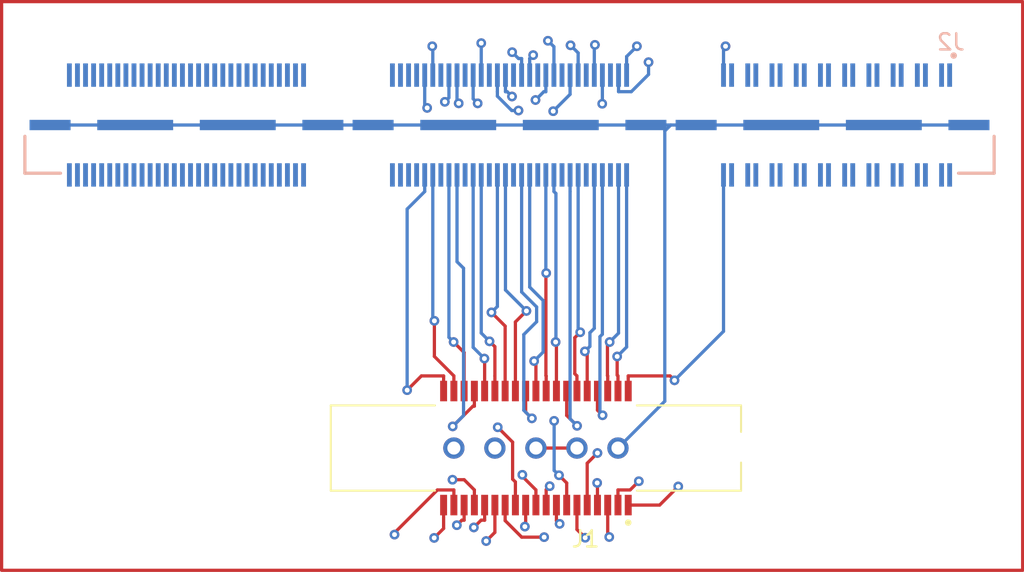
<source format=kicad_pcb>
(kicad_pcb (version 20241229) (generator "pcbnew") (generator_version "9.0")
  (layers (0 "F.Cu" signal) (4 "In1.Cu" signal) (6 "In2.Cu" signal) (2 "B.Cu" signal) (13 "F.Paste" user) (15 "B.Paste" user) (5 "F.SilkS" user "F.Silkscreen") (7 "B.SilkS" user "B.Silkscreen") (1 "F.Mask" user) (3 "B.Mask" user) (25 "Edge.Cuts" user))
  (net 0 "")
  (net 1 "HSM_D8")
  (net 2 "HSM_D16")
  (net 3 "HSM_D12")
  (net 4 "HSM_D4")
  (net 5 "HSM_D23")
  (net 6 "HSM_D27")
  (net 7 "HSM_D17")
  (net 8 "HSM_D20")
  (net 9 "HSM_D0")
  (net 10 "HSM_CLKOUT0")
  (net 11 "GND")
  (net 12 "HSM_D7")
  (net 13 "HSM_D22")
  (net 14 "HSM_D32")
  (net 15 "HSM_CLKIN0")
  (net 16 "HSM_D26")
  (net 17 "HSM_D35")
  (net 18 "HSM_D13")
  (net 19 "HSM_D3")
  (net 20 "HSM_D14")
  (net 21 "HSM_D34")
  (net 22 "HSM_D5")
  (net 23 "HSM_D21")
  (net 24 "HSM_D15")
  (net 25 "HSM_D11")
  (net 26 "HSM_D10")
  (net 27 "HSM_D19")
  (net 28 "HSM_D31")
  (net 29 "HSM_D24")
  (net 30 "HSM_D33")
  (net 31 "HSM_D28")
  (net 32 "HSM_D25")
  (net 33 "HSM_D30")
  (net 34 "HSM_D18")
  (net 35 "HSM_D2")
  (net 36 "HSM_D9")
  (net 37 "HSM_D1")
  (net 38 "HSM_D6")
  (net 39 "HSM_D29")
  (footprint "5767007-8:TE_5767007-8" (layer "F.Cu") (at 160.08 110 180)
    (property "Reference" "J1" (at -3.07605 -5.63694 0) (layer "F.SilkS") (effects (font (size 1.000346 1.000346))))
    (property "Value" "5767007-8")
    (fp_line (start 12.7 2.64) (end 12.7 -2.64) (stroke (width 0.127)) (layer "F.SilkS"))
    (fp_line (start 12.7 -2.64) (end 6.25 -2.64) (stroke (width 0.127)) (layer "F.SilkS"))
    (fp_line (start 6.25 2.64) (end 12.7 2.64) (stroke (width 0.127)) (layer "F.SilkS"))
    (fp_line (start -6.25 -2.64) (end -12.7 -2.64) (stroke (width 0.127)) (layer "F.SilkS"))
    (fp_line (start -12.7 2.64) (end -6.25 2.64) (stroke (width 0.127)) (layer "F.SilkS"))
    (fp_line (start -12.7 1) (end -12.7 2.64) (stroke (width 0.127)) (layer "F.SilkS"))
    (fp_line (start -12.7 -2.64) (end -12.7 -0.9) (stroke (width 0.127)) (layer "F.SilkS"))
    (fp_circle (center -5.715 -4.615) (end -5.615 -4.615) (stroke (width 0.2)) (fill no) (layer "F.SilkS"))
    (pad "" np_thru_hole circle (at -11.43 0 180) (size 2.39 2.39) (drill 2.39) (layers "*.Cu" "*.Mask"))
    (pad "1" smd rect (at -5.715 -3.53 180) (size 0.43 1.27) (layers "F.Cu" "F.Mask" "F.Paste") (net 10 "HSM_CLKOUT0"))
    (pad "2" smd rect (at -5.715 3.53 180) (size 0.43 1.27) (layers "F.Cu" "F.Mask" "F.Paste") (net 15 "HSM_CLKIN0"))
    (pad "3" smd rect (at -5.08 -3.53 180) (size 0.43 1.27) (layers "F.Cu" "F.Mask" "F.Paste") (net 9 "HSM_D0"))
    (pad "4" smd rect (at -5.08 3.53 180) (size 0.43 1.27) (layers "F.Cu" "F.Mask" "F.Paste") (net 37 "HSM_D1"))
    (pad "5" smd rect (at -4.445 -3.53 180) (size 0.43 1.27) (layers "F.Cu" "F.Mask" "F.Paste") (net 35 "HSM_D2"))
    (pad "6" smd rect (at -4.445 3.53 180) (size 0.43 1.27) (layers "F.Cu" "F.Mask" "F.Paste") (net 19 "HSM_D3"))
    (pad "7" smd rect (at -3.81 -3.53 180) (size 0.43 1.27) (layers "F.Cu" "F.Mask" "F.Paste") (net 4 "HSM_D4"))
    (pad "8" smd rect (at -3.81 3.53 180) (size 0.43 1.27) (layers "F.Cu" "F.Mask" "F.Paste") (net 22 "HSM_D5"))
    (pad "9" smd rect (at -3.175 -3.53 180) (size 0.43 1.27) (layers "F.Cu" "F.Mask" "F.Paste") (net 38 "HSM_D6"))
    (pad "10" smd rect (at -3.175 3.53 180) (size 0.43 1.27) (layers "F.Cu" "F.Mask" "F.Paste") (net 12 "HSM_D7"))
    (pad "11" smd rect (at -2.54 -3.53 180) (size 0.43 1.27) (layers "F.Cu" "F.Mask" "F.Paste") (net 1 "HSM_D8"))
    (pad "12" smd rect (at -2.54 3.53 180) (size 0.43 1.27) (layers "F.Cu" "F.Mask" "F.Paste") (net 36 "HSM_D9"))
    (pad "13" smd rect (at -1.905 -3.53 180) (size 0.43 1.27) (layers "F.Cu" "F.Mask" "F.Paste") (net 26 "HSM_D10"))
    (pad "14" smd rect (at -1.905 3.53 180) (size 0.43 1.27) (layers "F.Cu" "F.Mask" "F.Paste") (net 25 "HSM_D11"))
    (pad "15" smd rect (at -1.27 -3.53 180) (size 0.43 1.27) (layers "F.Cu" "F.Mask" "F.Paste") (net 3 "HSM_D12"))
    (pad "16" smd rect (at -1.27 3.53 180) (size 0.43 1.27) (layers "F.Cu" "F.Mask" "F.Paste") (net 18 "HSM_D13"))
    (pad "17" smd rect (at -0.635 -3.53 180) (size 0.43 1.27) (layers "F.Cu" "F.Mask" "F.Paste") (net 20 "HSM_D14"))
    (pad "18" smd rect (at -0.635 3.53 180) (size 0.43 1.27) (layers "F.Cu" "F.Mask" "F.Paste") (net 24 "HSM_D15"))
    (pad "19" smd rect (at 0 -3.53 180) (size 0.43 1.27) (layers "F.Cu" "F.Mask" "F.Paste") (net 2 "HSM_D16"))
    (pad "20" smd rect (at 0 3.53 180) (size 0.43 1.27) (layers "F.Cu" "F.Mask" "F.Paste") (net 7 "HSM_D17"))
    (pad "21" smd rect (at 0.635 -3.53 180) (size 0.43 1.27) (layers "F.Cu" "F.Mask" "F.Paste") (net 34 "HSM_D18"))
    (pad "22" smd rect (at 0.635 3.53 180) (size 0.43 1.27) (layers "F.Cu" "F.Mask" "F.Paste") (net 27 "HSM_D19"))
    (pad "23" smd rect (at 1.27 -3.53 180) (size 0.43 1.27) (layers "F.Cu" "F.Mask" "F.Paste") (net 8 "HSM_D20"))
    (pad "24" smd rect (at 1.27 3.53 180) (size 0.43 1.27) (layers "F.Cu" "F.Mask" "F.Paste") (net 23 "HSM_D21"))
    (pad "25" smd rect (at 1.905 -3.53 180) (size 0.43 1.27) (layers "F.Cu" "F.Mask" "F.Paste") (net 13 "HSM_D22"))
    (pad "26" smd rect (at 1.905 3.53 180) (size 0.43 1.27) (layers "F.Cu" "F.Mask" "F.Paste") (net 5 "HSM_D23"))
    (pad "27" smd rect (at 2.54 -3.53 180) (size 0.43 1.27) (layers "F.Cu" "F.Mask" "F.Paste") (net 29 "HSM_D24"))
    (pad "28" smd rect (at 2.54 3.53 180) (size 0.43 1.27) (layers "F.Cu" "F.Mask" "F.Paste") (net 32 "HSM_D25"))
    (pad "29" smd rect (at 3.175 -3.53 180) (size 0.43 1.27) (layers "F.Cu" "F.Mask" "F.Paste") (net 16 "HSM_D26"))
    (pad "30" smd rect (at 3.175 3.53 180) (size 0.43 1.27) (layers "F.Cu" "F.Mask" "F.Paste") (net 6 "HSM_D27"))
    (pad "31" smd rect (at 3.81 -3.53 180) (size 0.43 1.27) (layers "F.Cu" "F.Mask" "F.Paste") (net 31 "HSM_D28"))
    (pad "32" smd rect (at 3.81 3.53 180) (size 0.43 1.27) (layers "F.Cu" "F.Mask" "F.Paste") (net 39 "HSM_D29"))
    (pad "33" smd rect (at 4.445 -3.53 180) (size 0.43 1.27) (layers "F.Cu" "F.Mask" "F.Paste") (net 33 "HSM_D30"))
    (pad "34" smd rect (at 4.445 3.53 180) (size 0.43 1.27) (layers "F.Cu" "F.Mask" "F.Paste") (net 28 "HSM_D31"))
    (pad "35" smd rect (at 5.08 -3.53 180) (size 0.43 1.27) (layers "F.Cu" "F.Mask" "F.Paste") (net 14 "HSM_D32"))
    (pad "36" smd rect (at 5.08 3.53 180) (size 0.43 1.27) (layers "F.Cu" "F.Mask" "F.Paste") (net 30 "HSM_D33"))
    (pad "37" smd rect (at 5.715 -3.53 180) (size 0.43 1.27) (layers "F.Cu" "F.Mask" "F.Paste") (net 21 "HSM_D34"))
    (pad "38" smd rect (at 5.715 3.53 180) (size 0.43 1.27) (layers "F.Cu" "F.Mask" "F.Paste") (net 17 "HSM_D35"))
    (pad "S1" thru_hole circle (at -5.08 0 180) (size 1.318 1.318) (drill 0.81) (layers "*.Cu" "*.Mask") (net 11 "GND"))
    (pad "S2" thru_hole circle (at -2.54 0 180) (size 1.318 1.318) (drill 0.81) (layers "*.Cu" "*.Mask") (net 11 "GND"))
    (pad "S3" thru_hole circle (at 0 0 180) (size 1.318 1.318) (drill 0.81) (layers "*.Cu" "*.Mask") (net 11 "GND"))
    (pad "S4" thru_hole circle (at 2.54 0 180) (size 1.318 1.318) (drill 0.81) (layers "*.Cu" "*.Mask") (net 11 "GND"))
    (pad "S5" thru_hole circle (at 5.08 0 180) (size 1.318 1.318) (drill 0.81) (layers "*.Cu" "*.Mask") (net 11 "GND"))
  )
  (footprint "ASP-122952-01:SAMTEC_ASP-122952-01" (layer "B.Cu") (at 158.445 90 180)
    (property "Reference" "J2" (at -27.325 5.135 0) (layer "B.SilkS") (effects (justify mirror)))
    (property "Value" "ASP-122952-01")
    (fp_line (start 30.005 -2.985) (end 30.005 -0.7) (stroke (width 0.2)) (layer "B.SilkS"))
    (fp_line (start 27.8 -2.985) (end 30.005 -2.985) (stroke (width 0.2)) (layer "B.SilkS"))
    (fp_line (start -27.8 -2.985) (end -30.005 -2.985) (stroke (width 0.2)) (layer "B.SilkS"))
    (fp_line (start -30.005 -2.985) (end -30.005 -0.7) (stroke (width 0.2)) (layer "B.SilkS"))
    (fp_circle (center -27.5 4.3) (end -27.4 4.3) (stroke (width 0.2)) (fill no) (layer "B.SilkS"))
    (pad "" np_thru_hole circle (at -29.24 2.03 180) (size 1.02 1.02) (drill 1.02) (layers "*.Cu" "*.Mask"))
    (pad "" np_thru_hole circle (at 29.24 2.03 180) (size 1.02 1.02) (drill 1.02) (layers "*.Cu" "*.Mask"))
    (pad "1" smd rect (at -27.25 3.09 180) (size 0.3 1.45) (layers "B.Cu" "B.Mask" "B.Paste"))
    (pad "2" smd rect (at -27.25 -3.09 180) (size 0.3 1.45) (layers "B.Cu" "B.Mask" "B.Paste"))
    (pad "3" smd rect (at -26.75 3.09 180) (size 0.3 1.45) (layers "B.Cu" "B.Mask" "B.Paste"))
    (pad "4" smd rect (at -26.75 -3.09 180) (size 0.3 1.45) (layers "B.Cu" "B.Mask" "B.Paste"))
    (pad "5" smd rect (at -25.75 3.09 180) (size 0.3 1.45) (layers "B.Cu" "B.Mask" "B.Paste"))
    (pad "6" smd rect (at -25.75 -3.09 180) (size 0.3 1.45) (layers "B.Cu" "B.Mask" "B.Paste"))
    (pad "7" smd rect (at -25.25 3.09 180) (size 0.3 1.45) (layers "B.Cu" "B.Mask" "B.Paste"))
    (pad "8" smd rect (at -25.25 -3.09 180) (size 0.3 1.45) (layers "B.Cu" "B.Mask" "B.Paste"))
    (pad "9" smd rect (at -24.25 3.09 180) (size 0.3 1.45) (layers "B.Cu" "B.Mask" "B.Paste"))
    (pad "10" smd rect (at -24.25 -3.09 180) (size 0.3 1.45) (layers "B.Cu" "B.Mask" "B.Paste"))
    (pad "11" smd rect (at -23.75 3.09 180) (size 0.3 1.45) (layers "B.Cu" "B.Mask" "B.Paste"))
    (pad "12" smd rect (at -23.75 -3.09 180) (size 0.3 1.45) (layers "B.Cu" "B.Mask" "B.Paste"))
    (pad "13" smd rect (at -22.75 3.09 180) (size 0.3 1.45) (layers "B.Cu" "B.Mask" "B.Paste"))
    (pad "14" smd rect (at -22.75 -3.09 180) (size 0.3 1.45) (layers "B.Cu" "B.Mask" "B.Paste"))
    (pad "15" smd rect (at -22.25 3.09 180) (size 0.3 1.45) (layers "B.Cu" "B.Mask" "B.Paste"))
    (pad "16" smd rect (at -22.25 -3.09 180) (size 0.3 1.45) (layers "B.Cu" "B.Mask" "B.Paste"))
    (pad "17" smd rect (at -21.25 3.09 180) (size 0.3 1.45) (layers "B.Cu" "B.Mask" "B.Paste"))
    (pad "18" smd rect (at -21.25 -3.09 180) (size 0.3 1.45) (layers "B.Cu" "B.Mask" "B.Paste"))
    (pad "19" smd rect (at -20.75 3.09 180) (size 0.3 1.45) (layers "B.Cu" "B.Mask" "B.Paste"))
    (pad "20" smd rect (at -20.75 -3.09 180) (size 0.3 1.45) (layers "B.Cu" "B.Mask" "B.Paste"))
    (pad "21" smd rect (at -19.75 3.09 180) (size 0.3 1.45) (layers "B.Cu" "B.Mask" "B.Paste"))
    (pad "22" smd rect (at -19.75 -3.09 180) (size 0.3 1.45) (layers "B.Cu" "B.Mask" "B.Paste"))
    (pad "23" smd rect (at -19.25 3.09 180) (size 0.3 1.45) (layers "B.Cu" "B.Mask" "B.Paste"))
    (pad "24" smd rect (at -19.25 -3.09 180) (size 0.3 1.45) (layers "B.Cu" "B.Mask" "B.Paste"))
    (pad "25" smd rect (at -18.25 3.09 180) (size 0.3 1.45) (layers "B.Cu" "B.Mask" "B.Paste"))
    (pad "26" smd rect (at -18.25 -3.09 180) (size 0.3 1.45) (layers "B.Cu" "B.Mask" "B.Paste"))
    (pad "27" smd rect (at -17.75 3.09 180) (size 0.3 1.45) (layers "B.Cu" "B.Mask" "B.Paste"))
    (pad "28" smd rect (at -17.75 -3.09 180) (size 0.3 1.45) (layers "B.Cu" "B.Mask" "B.Paste"))
    (pad "29" smd rect (at -16.75 3.09 180) (size 0.3 1.45) (layers "B.Cu" "B.Mask" "B.Paste"))
    (pad "30" smd rect (at -16.75 -3.09 180) (size 0.3 1.45) (layers "B.Cu" "B.Mask" "B.Paste"))
    (pad "31" smd rect (at -16.25 3.09 180) (size 0.3 1.45) (layers "B.Cu" "B.Mask" "B.Paste"))
    (pad "32" smd rect (at -16.25 -3.09 180) (size 0.3 1.45) (layers "B.Cu" "B.Mask" "B.Paste"))
    (pad "33" smd rect (at -15.25 3.09 180) (size 0.3 1.45) (layers "B.Cu" "B.Mask" "B.Paste"))
    (pad "34" smd rect (at -15.25 -3.09 180) (size 0.3 1.45) (layers "B.Cu" "B.Mask" "B.Paste"))
    (pad "35" smd rect (at -14.75 3.09 180) (size 0.3 1.45) (layers "B.Cu" "B.Mask" "B.Paste"))
    (pad "36" smd rect (at -14.75 -3.09 180) (size 0.3 1.45) (layers "B.Cu" "B.Mask" "B.Paste"))
    (pad "37" smd rect (at -13.75 3.09 180) (size 0.3 1.45) (layers "B.Cu" "B.Mask" "B.Paste"))
    (pad "38" smd rect (at -13.75 -3.09 180) (size 0.3 1.45) (layers "B.Cu" "B.Mask" "B.Paste"))
    (pad "39" smd rect (at -13.25 3.09 180) (size 0.3 1.45) (layers "B.Cu" "B.Mask" "B.Paste") (net 10 "HSM_CLKOUT0"))
    (pad "40" smd rect (at -13.25 -3.09 180) (size 0.3 1.45) (layers "B.Cu" "B.Mask" "B.Paste") (net 15 "HSM_CLKIN0"))
    (pad "41" smd rect (at -7.25 3.09 180) (size 0.3 1.45) (layers "B.Cu" "B.Mask" "B.Paste") (net 9 "HSM_D0"))
    (pad "42" smd rect (at -7.25 -3.09 180) (size 0.3 1.45) (layers "B.Cu" "B.Mask" "B.Paste") (net 37 "HSM_D1"))
    (pad "43" smd rect (at -6.75 3.09 180) (size 0.3 1.45) (layers "B.Cu" "B.Mask" "B.Paste") (net 35 "HSM_D2"))
    (pad "44" smd rect (at -6.75 -3.09 180) (size 0.3 1.45) (layers "B.Cu" "B.Mask" "B.Paste") (net 19 "HSM_D3"))
    (pad "45" smd rect (at -6.25 3.09 180) (size 0.3 1.45) (layers "B.Cu" "B.Mask" "B.Paste"))
    (pad "46" smd rect (at -6.25 -3.09 180) (size 0.3 1.45) (layers "B.Cu" "B.Mask" "B.Paste"))
    (pad "47" smd rect (at -5.75 3.09 180) (size 0.3 1.45) (layers "B.Cu" "B.Mask" "B.Paste") (net 4 "HSM_D4"))
    (pad "48" smd rect (at -5.75 -3.09 180) (size 0.3 1.45) (layers "B.Cu" "B.Mask" "B.Paste") (net 22 "HSM_D5"))
    (pad "49" smd rect (at -5.25 3.09 180) (size 0.3 1.45) (layers "B.Cu" "B.Mask" "B.Paste") (net 38 "HSM_D6"))
    (pad "50" smd rect (at -5.25 -3.09 180) (size 0.3 1.45) (layers "B.Cu" "B.Mask" "B.Paste") (net 12 "HSM_D7"))
    (pad "51" smd rect (at -4.75 3.09 180) (size 0.3 1.45) (layers "B.Cu" "B.Mask" "B.Paste"))
    (pad "52" smd rect (at -4.75 -3.09 180) (size 0.3 1.45) (layers "B.Cu" "B.Mask" "B.Paste"))
    (pad "53" smd rect (at -4.25 3.09 180) (size 0.3 1.45) (layers "B.Cu" "B.Mask" "B.Paste") (net 1 "HSM_D8"))
    (pad "54" smd rect (at -4.25 -3.09 180) (size 0.3 1.45) (layers "B.Cu" "B.Mask" "B.Paste") (net 36 "HSM_D9"))
    (pad "55" smd rect (at -3.75 3.09 180) (size 0.3 1.45) (layers "B.Cu" "B.Mask" "B.Paste") (net 26 "HSM_D10"))
    (pad "56" smd rect (at -3.75 -3.09 180) (size 0.3 1.45) (layers "B.Cu" "B.Mask" "B.Paste") (net 25 "HSM_D11"))
    (pad "57" smd rect (at -3.25 3.09 180) (size 0.3 1.45) (layers "B.Cu" "B.Mask" "B.Paste"))
    (pad "58" smd rect (at -3.25 -3.09 180) (size 0.3 1.45) (layers "B.Cu" "B.Mask" "B.Paste"))
    (pad "59" smd rect (at -2.75 3.09 180) (size 0.3 1.45) (layers "B.Cu" "B.Mask" "B.Paste") (net 3 "HSM_D12"))
    (pad "60" smd rect (at -2.75 -3.09 180) (size 0.3 1.45) (layers "B.Cu" "B.Mask" "B.Paste") (net 18 "HSM_D13"))
    (pad "61" smd rect (at -2.25 3.09 180) (size 0.3 1.45) (layers "B.Cu" "B.Mask" "B.Paste") (net 20 "HSM_D14"))
    (pad "62" smd rect (at -2.25 -3.09 180) (size 0.3 1.45) (layers "B.Cu" "B.Mask" "B.Paste") (net 24 "HSM_D15"))
    (pad "63" smd rect (at -1.75 3.09 180) (size 0.3 1.45) (layers "B.Cu" "B.Mask" "B.Paste"))
    (pad "64" smd rect (at -1.75 -3.09 180) (size 0.3 1.45) (layers "B.Cu" "B.Mask" "B.Paste"))
    (pad "65" smd rect (at -1.25 3.09 180) (size 0.3 1.45) (layers "B.Cu" "B.Mask" "B.Paste") (net 2 "HSM_D16"))
    (pad "66" smd rect (at -1.25 -3.09 180) (size 0.3 1.45) (layers "B.Cu" "B.Mask" "B.Paste") (net 7 "HSM_D17"))
    (pad "67" smd rect (at -0.75 3.09 180) (size 0.3 1.45) (layers "B.Cu" "B.Mask" "B.Paste") (net 34 "HSM_D18"))
    (pad "68" smd rect (at -0.75 -3.09 180) (size 0.3 1.45) (layers "B.Cu" "B.Mask" "B.Paste") (net 27 "HSM_D19"))
    (pad "69" smd rect (at -0.25 3.09 180) (size 0.3 1.45) (layers "B.Cu" "B.Mask" "B.Paste"))
    (pad "70" smd rect (at -0.25 -3.09 180) (size 0.3 1.45) (layers "B.Cu" "B.Mask" "B.Paste"))
    (pad "71" smd rect (at 0.25 3.09 180) (size 0.3 1.45) (layers "B.Cu" "B.Mask" "B.Paste") (net 8 "HSM_D20"))
    (pad "72" smd rect (at 0.25 -3.09 180) (size 0.3 1.45) (layers "B.Cu" "B.Mask" "B.Paste") (net 23 "HSM_D21"))
    (pad "73" smd rect (at 0.75 3.09 180) (size 0.3 1.45) (layers "B.Cu" "B.Mask" "B.Paste") (net 13 "HSM_D22"))
    (pad "74" smd rect (at 0.75 -3.09 180) (size 0.3 1.45) (layers "B.Cu" "B.Mask" "B.Paste") (net 5 "HSM_D23"))
    (pad "75" smd rect (at 1.25 3.09 180) (size 0.3 1.45) (layers "B.Cu" "B.Mask" "B.Paste"))
    (pad "76" smd rect (at 1.25 -3.09 180) (size 0.3 1.45) (layers "B.Cu" "B.Mask" "B.Paste"))
    (pad "77" smd rect (at 1.75 3.09 180) (size 0.3 1.45) (layers "B.Cu" "B.Mask" "B.Paste") (net 29 "HSM_D24"))
    (pad "78" smd rect (at 1.75 -3.09 180) (size 0.3 1.45) (layers "B.Cu" "B.Mask" "B.Paste") (net 32 "HSM_D25"))
    (pad "79" smd rect (at 2.25 3.09 180) (size 0.3 1.45) (layers "B.Cu" "B.Mask" "B.Paste") (net 16 "HSM_D26"))
    (pad "80" smd rect (at 2.25 -3.09 180) (size 0.3 1.45) (layers "B.Cu" "B.Mask" "B.Paste") (net 6 "HSM_D27"))
    (pad "81" smd rect (at 2.75 3.09 180) (size 0.3 1.45) (layers "B.Cu" "B.Mask" "B.Paste"))
    (pad "82" smd rect (at 2.75 -3.09 180) (size 0.3 1.45) (layers "B.Cu" "B.Mask" "B.Paste"))
    (pad "83" smd rect (at 3.25 3.09 180) (size 0.3 1.45) (layers "B.Cu" "B.Mask" "B.Paste") (net 31 "HSM_D28"))
    (pad "84" smd rect (at 3.25 -3.09 180) (size 0.3 1.45) (layers "B.Cu" "B.Mask" "B.Paste") (net 39 "HSM_D29"))
    (pad "85" smd rect (at 3.75 3.09 180) (size 0.3 1.45) (layers "B.Cu" "B.Mask" "B.Paste") (net 33 "HSM_D30"))
    (pad "86" smd rect (at 3.75 -3.09 180) (size 0.3 1.45) (layers "B.Cu" "B.Mask" "B.Paste") (net 28 "HSM_D31"))
    (pad "87" smd rect (at 4.25 3.09 180) (size 0.3 1.45) (layers "B.Cu" "B.Mask" "B.Paste"))
    (pad "88" smd rect (at 4.25 -3.09 180) (size 0.3 1.45) (layers "B.Cu" "B.Mask" "B.Paste"))
    (pad "89" smd rect (at 4.75 3.09 180) (size 0.3 1.45) (layers "B.Cu" "B.Mask" "B.Paste") (net 14 "HSM_D32"))
    (pad "90" smd rect (at 4.75 -3.09 180) (size 0.3 1.45) (layers "B.Cu" "B.Mask" "B.Paste") (net 30 "HSM_D33"))
    (pad "91" smd rect (at 5.25 3.09 180) (size 0.3 1.45) (layers "B.Cu" "B.Mask" "B.Paste") (net 21 "HSM_D34"))
    (pad "92" smd rect (at 5.25 -3.09 180) (size 0.3 1.45) (layers "B.Cu" "B.Mask" "B.Paste") (net 17 "HSM_D35"))
    (pad "93" smd rect (at 5.75 3.09 180) (size 0.3 1.45) (layers "B.Cu" "B.Mask" "B.Paste"))
    (pad "94" smd rect (at 5.75 -3.09 180) (size 0.3 1.45) (layers "B.Cu" "B.Mask" "B.Paste"))
    (pad "95" smd rect (at 6.25 3.09 180) (size 0.3 1.45) (layers "B.Cu" "B.Mask" "B.Paste"))
    (pad "96" smd rect (at 6.25 -3.09 180) (size 0.3 1.45) (layers "B.Cu" "B.Mask" "B.Paste"))
    (pad "97" smd rect (at 6.75 3.09 180) (size 0.3 1.45) (layers "B.Cu" "B.Mask" "B.Paste"))
    (pad "98" smd rect (at 6.75 -3.09 180) (size 0.3 1.45) (layers "B.Cu" "B.Mask" "B.Paste"))
    (pad "99" smd rect (at 7.25 3.09 180) (size 0.3 1.45) (layers "B.Cu" "B.Mask" "B.Paste"))
    (pad "100" smd rect (at 7.25 -3.09 180) (size 0.3 1.45) (layers "B.Cu" "B.Mask" "B.Paste"))
    (pad "101" smd rect (at 12.75 3.09 180) (size 0.3 1.45) (layers "B.Cu" "B.Mask" "B.Paste"))
    (pad "102" smd rect (at 12.75 -3.09 180) (size 0.3 1.45) (layers "B.Cu" "B.Mask" "B.Paste"))
    (pad "103" smd rect (at 13.25 3.09 180) (size 0.3 1.45) (layers "B.Cu" "B.Mask" "B.Paste"))
    (pad "104" smd rect (at 13.25 -3.09 180) (size 0.3 1.45) (layers "B.Cu" "B.Mask" "B.Paste"))
    (pad "105" smd rect (at 13.75 3.09 180) (size 0.3 1.45) (layers "B.Cu" "B.Mask" "B.Paste"))
    (pad "106" smd rect (at 13.75 -3.09 180) (size 0.3 1.45) (layers "B.Cu" "B.Mask" "B.Paste"))
    (pad "107" smd rect (at 14.25 3.09 180) (size 0.3 1.45) (layers "B.Cu" "B.Mask" "B.Paste"))
    (pad "108" smd rect (at 14.25 -3.09 180) (size 0.3 1.45) (layers "B.Cu" "B.Mask" "B.Paste"))
    (pad "109" smd rect (at 14.75 3.09 180) (size 0.3 1.45) (layers "B.Cu" "B.Mask" "B.Paste"))
    (pad "110" smd rect (at 14.75 -3.09 180) (size 0.3 1.45) (layers "B.Cu" "B.Mask" "B.Paste"))
    (pad "111" smd rect (at 15.25 3.09 180) (size 0.3 1.45) (layers "B.Cu" "B.Mask" "B.Paste"))
    (pad "112" smd rect (at 15.25 -3.09 180) (size 0.3 1.45) (layers "B.Cu" "B.Mask" "B.Paste"))
    (pad "113" smd rect (at 15.75 3.09 180) (size 0.3 1.45) (layers "B.Cu" "B.Mask" "B.Paste"))
    (pad "114" smd rect (at 15.75 -3.09 180) (size 0.3 1.45) (layers "B.Cu" "B.Mask" "B.Paste"))
    (pad "115" smd rect (at 16.25 3.09 180) (size 0.3 1.45) (layers "B.Cu" "B.Mask" "B.Paste"))
    (pad "116" smd rect (at 16.25 -3.09 180) (size 0.3 1.45) (layers "B.Cu" "B.Mask" "B.Paste"))
    (pad "117" smd rect (at 16.75 3.09 180) (size 0.3 1.45) (layers "B.Cu" "B.Mask" "B.Paste"))
    (pad "118" smd rect (at 16.75 -3.09 180) (size 0.3 1.45) (layers "B.Cu" "B.Mask" "B.Paste"))
    (pad "119" smd rect (at 17.25 3.09 180) (size 0.3 1.45) (layers "B.Cu" "B.Mask" "B.Paste"))
    (pad "120" smd rect (at 17.25 -3.09 180) (size 0.3 1.45) (layers "B.Cu" "B.Mask" "B.Paste"))
    (pad "121" smd rect (at 17.75 3.09 180) (size 0.3 1.45) (layers "B.Cu" "B.Mask" "B.Paste"))
    (pad "122" smd rect (at 17.75 -3.09 180) (size 0.3 1.45) (layers "B.Cu" "B.Mask" "B.Paste"))
    (pad "123" smd rect (at 18.25 3.09 180) (size 0.3 1.45) (layers "B.Cu" "B.Mask" "B.Paste"))
    (pad "124" smd rect (at 18.25 -3.09 180) (size 0.3 1.45) (layers "B.Cu" "B.Mask" "B.Paste"))
    (pad "125" smd rect (at 18.75 3.09 180) (size 0.3 1.45) (layers "B.Cu" "B.Mask" "B.Paste"))
    (pad "126" smd rect (at 18.75 -3.09 180) (size 0.3 1.45) (layers "B.Cu" "B.Mask" "B.Paste"))
    (pad "127" smd rect (at 19.25 3.09 180) (size 0.3 1.45) (layers "B.Cu" "B.Mask" "B.Paste"))
    (pad "128" smd rect (at 19.25 -3.09 180) (size 0.3 1.45) (layers "B.Cu" "B.Mask" "B.Paste"))
    (pad "129" smd rect (at 19.75 3.09 180) (size 0.3 1.45) (layers "B.Cu" "B.Mask" "B.Paste"))
    (pad "130" smd rect (at 19.75 -3.09 180) (size 0.3 1.45) (layers "B.Cu" "B.Mask" "B.Paste"))
    (pad "131" smd rect (at 20.25 3.09 180) (size 0.3 1.45) (layers "B.Cu" "B.Mask" "B.Paste"))
    (pad "132" smd rect (at 20.25 -3.09 180) (size 0.3 1.45) (layers "B.Cu" "B.Mask" "B.Paste"))
    (pad "133" smd rect (at 20.75 3.09 180) (size 0.3 1.45) (layers "B.Cu" "B.Mask" "B.Paste"))
    (pad "134" smd rect (at 20.75 -3.09 180) (size 0.3 1.45) (layers "B.Cu" "B.Mask" "B.Paste"))
    (pad "135" smd rect (at 21.25 3.09 180) (size 0.3 1.45) (layers "B.Cu" "B.Mask" "B.Paste"))
    (pad "136" smd rect (at 21.25 -3.09 180) (size 0.3 1.45) (layers "B.Cu" "B.Mask" "B.Paste"))
    (pad "137" smd rect (at 21.75 3.09 180) (size 0.3 1.45) (layers "B.Cu" "B.Mask" "B.Paste"))
    (pad "138" smd rect (at 21.75 -3.09 180) (size 0.3 1.45) (layers "B.Cu" "B.Mask" "B.Paste"))
    (pad "139" smd rect (at 22.25 3.09 180) (size 0.3 1.45) (layers "B.Cu" "B.Mask" "B.Paste"))
    (pad "140" smd rect (at 22.25 -3.09 180) (size 0.3 1.45) (layers "B.Cu" "B.Mask" "B.Paste"))
    (pad "141" smd rect (at 22.75 3.09 180) (size 0.3 1.45) (layers "B.Cu" "B.Mask" "B.Paste"))
    (pad "142" smd rect (at 22.75 -3.09 180) (size 0.3 1.45) (layers "B.Cu" "B.Mask" "B.Paste"))
    (pad "143" smd rect (at 23.25 3.09 180) (size 0.3 1.45) (layers "B.Cu" "B.Mask" "B.Paste"))
    (pad "144" smd rect (at 23.25 -3.09 180) (size 0.3 1.45) (layers "B.Cu" "B.Mask" "B.Paste"))
    (pad "145" smd rect (at 23.75 3.09 180) (size 0.3 1.45) (layers "B.Cu" "B.Mask" "B.Paste"))
    (pad "146" smd rect (at 23.75 -3.09 180) (size 0.3 1.45) (layers "B.Cu" "B.Mask" "B.Paste"))
    (pad "147" smd rect (at 24.25 3.09 180) (size 0.3 1.45) (layers "B.Cu" "B.Mask" "B.Paste"))
    (pad "148" smd rect (at 24.25 -3.09 180) (size 0.3 1.45) (layers "B.Cu" "B.Mask" "B.Paste"))
    (pad "149" smd rect (at 24.75 3.09 180) (size 0.3 1.45) (layers "B.Cu" "B.Mask" "B.Paste"))
    (pad "150" smd rect (at 24.75 -3.09 180) (size 0.3 1.45) (layers "B.Cu" "B.Mask" "B.Paste"))
    (pad "151" smd rect (at 25.25 3.09 180) (size 0.3 1.45) (layers "B.Cu" "B.Mask" "B.Paste"))
    (pad "152" smd rect (at 25.25 -3.09 180) (size 0.3 1.45) (layers "B.Cu" "B.Mask" "B.Paste"))
    (pad "153" smd rect (at 25.75 3.09 180) (size 0.3 1.45) (layers "B.Cu" "B.Mask" "B.Paste"))
    (pad "154" smd rect (at 25.75 -3.09 180) (size 0.3 1.45) (layers "B.Cu" "B.Mask" "B.Paste"))
    (pad "155" smd rect (at 26.25 3.09 180) (size 0.3 1.45) (layers "B.Cu" "B.Mask" "B.Paste"))
    (pad "156" smd rect (at 26.25 -3.09 180) (size 0.3 1.45) (layers "B.Cu" "B.Mask" "B.Paste"))
    (pad "157" smd rect (at 26.75 3.09 180) (size 0.3 1.45) (layers "B.Cu" "B.Mask" "B.Paste"))
    (pad "158" smd rect (at 26.75 -3.09 180) (size 0.3 1.45) (layers "B.Cu" "B.Mask" "B.Paste"))
    (pad "159" smd rect (at 27.25 3.09 180) (size 0.3 1.45) (layers "B.Cu" "B.Mask" "B.Paste"))
    (pad "160" smd rect (at 27.25 -3.09 180) (size 0.3 1.45) (layers "B.Cu" "B.Mask" "B.Paste"))
    (pad "S1" smd rect (at -28.445 0 180) (size 2.54 0.64) (layers "B.Cu" "B.Mask" "B.Paste") (net 11 "GND"))
    (pad "S2" smd rect (at -23.175 0 180) (size 4.7 0.64) (layers "B.Cu" "B.Mask" "B.Paste") (net 11 "GND"))
    (pad "S3" smd rect (at -16.825 0 180) (size 4.7 0.64) (layers "B.Cu" "B.Mask" "B.Paste") (net 11 "GND"))
    (pad "S4" smd rect (at -11.555 0 180) (size 2.54 0.64) (layers "B.Cu" "B.Mask" "B.Paste") (net 11 "GND"))
    (pad "S5" smd rect (at -8.445 0 180) (size 2.54 0.64) (layers "B.Cu" "B.Mask" "B.Paste") (net 11 "GND"))
    (pad "S6" smd rect (at -3.175 0 180) (size 4.7 0.64) (layers "B.Cu" "B.Mask" "B.Paste") (net 11 "GND"))
    (pad "S7" smd rect (at 3.175 0 180) (size 4.7 0.64) (layers "B.Cu" "B.Mask" "B.Paste") (net 11 "GND"))
    (pad "S8" smd rect (at 8.445 0 180) (size 2.54 0.64) (layers "B.Cu" "B.Mask" "B.Paste") (net 11 "GND"))
    (pad "S9" smd rect (at 11.555 0 180) (size 2.54 0.64) (layers "B.Cu" "B.Mask" "B.Paste") (net 11 "GND"))
    (pad "S10" smd rect (at 16.825 0 180) (size 4.7 0.64) (layers "B.Cu" "B.Mask" "B.Paste") (net 11 "GND"))
    (pad "S11" smd rect (at 23.175 0 180) (size 4.7 0.64) (layers "B.Cu" "B.Mask" "B.Paste") (net 11 "GND"))
    (pad "S12" smd rect (at 28.445 0 180) (size 2.54 0.64) (layers "B.Cu" "B.Mask" "B.Paste") (net 11 "GND"))
  )
  (gr_rect (start 127 82.36) (end 190.215 117.57) (stroke (width 0.2)) (fill no) (layer "F.Cu"))
  (segment (start 162.62 113.53) (end 162.62 115.0427) (width 0.2) (layer "F.Cu") (net 1))
  (segment (start 162.62 115.0427) (end 163.13 115.5527) (width 0.2) (layer "F.Cu") (net 1))
  (via (at 162.2232 85.0648) (size 0.6) (drill 0.3) (layers "F.Cu" "B.Cu") (net 1))
  (via (at 163.13 115.5527) (size 0.6) (drill 0.3) (layers "F.Cu" "B.Cu") (net 1))
  (segment (start 162.2232 85.0648) (end 162.695 85.5366) (width 0.2) (layer "B.Cu") (net 1))
  (segment (start 162.695 85.5366) (end 162.695 86.91) (width 0.2) (layer "B.Cu") (net 1))
  (segment (start 159.2387 111.6557) (end 159.2387 111.752) (width 0.2) (layer "F.Cu") (net 2))
  (segment (start 159.2387 111.752) (end 160.08 112.5933) (width 0.2) (layer "F.Cu") (net 2))
  (segment (start 160.08 113.53) (end 160.08 112.5933) (width 0.2) (layer "F.Cu") (net 2))
  (via (at 159.2387 111.6557) (size 0.6) (drill 0.3) (layers "F.Cu" "B.Cu") (net 2))
  (via (at 159.9098 85.6727) (size 0.6) (drill 0.3) (layers "F.Cu" "B.Cu") (net 2))
  (segment (start 159.695 85.8833) (end 159.6992 85.8833) (width 0.2) (layer "B.Cu") (net 2))
  (segment (start 159.6992 85.8833) (end 159.9098 85.6727) (width 0.2) (layer "B.Cu") (net 2))
  (segment (start 159.695 86.91) (end 159.695 85.8833) (width 0.2) (layer "B.Cu") (net 2))
  (segment (start 161.35 114.4955) (end 161.35 113.53) (width 0.2) (layer "F.Cu") (net 3))
  (segment (start 161.5474 114.6929) (end 161.35 114.4955) (width 0.2) (layer "F.Cu") (net 3))
  (via (at 161.5474 114.6929) (size 0.6) (drill 0.3) (layers "F.Cu" "B.Cu") (net 3))
  (via (at 160.8253 84.7835) (size 0.6) (drill 0.3) (layers "F.Cu" "B.Cu") (net 3))
  (segment (start 160.8253 84.7835) (end 161.195 85.1532) (width 0.2) (layer "B.Cu") (net 3))
  (segment (start 161.195 85.1532) (end 161.195 86.91) (width 0.2) (layer "B.Cu") (net 3))
  (segment (start 163.89 112.1757) (end 163.89 113.53) (width 0.2) (layer "F.Cu") (net 4))
  (segment (start 163.8721 112.1578) (end 163.89 112.1757) (width 0.2) (layer "F.Cu") (net 4))
  (via (at 164.1851 88.6832) (size 0.6) (drill 0.3) (layers "F.Cu" "B.Cu") (net 4))
  (via (at 163.8721 112.1578) (size 0.6) (drill 0.3) (layers "F.Cu" "B.Cu") (net 4))
  (segment (start 164.195 88.6733) (end 164.195 86.91) (width 0.2) (layer "B.Cu") (net 4))
  (segment (start 164.1851 88.6832) (end 164.195 88.6733) (width 0.2) (layer "B.Cu") (net 4))
  (segment (start 158.175 102.449) (end 157.3276 101.6016) (width 0.2) (layer "F.Cu") (net 5))
  (segment (start 158.175 106.47) (end 158.175 102.449) (width 0.2) (layer "F.Cu") (net 5))
  (via (at 157.3276 101.6016) (size 0.6) (drill 0.3) (layers "F.Cu" "B.Cu") (net 5))
  (segment (start 157.695 101.2342) (end 157.695 93.09) (width 0.2) (layer "B.Cu") (net 5))
  (segment (start 157.3276 101.6016) (end 157.695 101.2342) (width 0.2) (layer "B.Cu") (net 5))
  (segment (start 156.8898 104.4592) (end 156.905 104.4744) (width 0.2) (layer "F.Cu") (net 6))
  (segment (start 156.905 104.4744) (end 156.905 106.47) (width 0.2) (layer "F.Cu") (net 6))
  (via (at 156.8898 104.4592) (size 0.6) (drill 0.3) (layers "F.Cu" "B.Cu") (net 6))
  (segment (start 156.195 103.7644) (end 156.8898 104.4592) (width 0.2) (layer "B.Cu") (net 6))
  (segment (start 156.195 93.09) (end 156.195 103.7644) (width 0.2) (layer "B.Cu") (net 6))
  (segment (start 159.9695 104.6145) (end 160.08 104.725) (width 0.2) (layer "F.Cu") (net 7))
  (segment (start 160.08 104.725) (end 160.08 106.47) (width 0.2) (layer "F.Cu") (net 7))
  (via (at 159.9695 104.6145) (size 0.6) (drill 0.3) (layers "F.Cu" "B.Cu") (net 7))
  (segment (start 160.5252 104.0588) (end 160.5252 100.8648) (width 0.2) (layer "B.Cu") (net 7))
  (segment (start 159.9695 104.6145) (end 160.5252 104.0588) (width 0.2) (layer "B.Cu") (net 7))
  (segment (start 159.695 100.0346) (end 159.695 93.09) (width 0.2) (layer "B.Cu") (net 7))
  (segment (start 160.5252 100.8648) (end 159.695 100.0346) (width 0.2) (layer "B.Cu") (net 7))
  (segment (start 157.7162 108.7129) (end 158.637 109.6337) (width 0.2) (layer "F.Cu") (net 8))
  (segment (start 158.637 111.9246) (end 158.81 112.0976) (width 0.2) (layer "F.Cu") (net 8))
  (segment (start 158.637 109.6337) (end 158.637 111.9246) (width 0.2) (layer "F.Cu") (net 8))
  (segment (start 158.81 112.0976) (end 158.81 113.53) (width 0.2) (layer "F.Cu") (net 8))
  (via (at 158.5998 88.2346) (size 0.6) (drill 0.3) (layers "F.Cu" "B.Cu") (net 8))
  (via (at 157.7162 108.7129) (size 0.6) (drill 0.3) (layers "F.Cu" "B.Cu") (net 8))
  (segment (start 158.195 86.91) (end 158.195 87.9367) (width 0.2) (layer "B.Cu") (net 8))
  (segment (start 158.3019 87.9367) (end 158.5998 88.2346) (width 0.2) (layer "B.Cu") (net 8))
  (segment (start 158.195 87.9367) (end 158.3019 87.9367) (width 0.2) (layer "B.Cu") (net 8))
  (segment (start 166.4517 112.0544) (end 165.9128 112.5933) (width 0.2) (layer "F.Cu") (net 9))
  (segment (start 165.16 113.53) (end 165.16 112.5933) (width 0.2) (layer "F.Cu") (net 9))
  (segment (start 165.9128 112.5933) (end 165.16 112.5933) (width 0.2) (layer "F.Cu") (net 9))
  (via (at 166.3323 85.1237) (size 0.6) (drill 0.3) (layers "F.Cu" "B.Cu") (net 9))
  (via (at 166.4517 112.0544) (size 0.6) (drill 0.3) (layers "F.Cu" "B.Cu") (net 9))
  (segment (start 165.695 85.761) (end 165.695 86.91) (width 0.2) (layer "B.Cu") (net 9))
  (segment (start 166.3323 85.1237) (end 165.695 85.761) (width 0.2) (layer "B.Cu") (net 9))
  (segment (start 167.7406 113.53) (end 168.8921 112.3785) (width 0.2) (layer "F.Cu") (net 10))
  (segment (start 165.795 113.53) (end 167.7406 113.53) (width 0.2) (layer "F.Cu") (net 10))
  (via (at 171.8199 85.1237) (size 0.6) (drill 0.3) (layers "F.Cu" "B.Cu") (net 10))
  (via (at 168.8921 112.3785) (size 0.6) (drill 0.3) (layers "F.Cu" "B.Cu") (net 10))
  (segment (start 171.8199 85.1237) (end 171.695 85.2486) (width 0.2) (layer "B.Cu") (net 10))
  (segment (start 171.695 85.2486) (end 171.695 86.91) (width 0.2) (layer "B.Cu") (net 10))
  (segment (start 162.62 110) (end 160.08 110) (width 0.2) (layer "F.Cu") (net 11))
  (segment (start 166.89 90) (end 168.4283 90) (width 0.2) (layer "B.Cu") (net 11))
  (segment (start 170 90) (end 168.4283 90) (width 0.2) (layer "B.Cu") (net 11))
  (segment (start 175.27 90) (end 170 90) (width 0.2) (layer "B.Cu") (net 11))
  (segment (start 181.62 90) (end 186.89 90) (width 0.2) (layer "B.Cu") (net 11))
  (segment (start 141.62 90) (end 135.27 90) (width 0.2) (layer "B.Cu") (net 11))
  (segment (start 155.27 90) (end 150 90) (width 0.2) (layer "B.Cu") (net 11))
  (segment (start 168.4283 90) (end 168.0585 90.3698) (width 0.2) (layer "B.Cu") (net 11))
  (segment (start 130 90) (end 135.27 90) (width 0.2) (layer "B.Cu") (net 11))
  (segment (start 168.0585 90.3698) (end 168.0585 107.1015) (width 0.2) (layer "B.Cu") (net 11))
  (segment (start 146.89 90) (end 141.62 90) (width 0.2) (layer "B.Cu") (net 11))
  (segment (start 161.62 90) (end 166.89 90) (width 0.2) (layer "B.Cu") (net 11))
  (segment (start 181.62 90) (end 175.27 90) (width 0.2) (layer "B.Cu") (net 11))
  (segment (start 146.89 90) (end 150 90) (width 0.2) (layer "B.Cu") (net 11))
  (segment (start 155.27 90) (end 161.62 90) (width 0.2) (layer "B.Cu") (net 11))
  (segment (start 168.0585 107.1015) (end 165.16 110) (width 0.2) (layer "B.Cu") (net 11))
  (segment (start 163.1117 104.0153) (end 163.255 104.1586) (width 0.2) (layer "F.Cu") (net 12))
  (segment (start 163.255 104.1586) (end 163.255 106.47) (width 0.2) (layer "F.Cu") (net 12))
  (via (at 163.1117 104.0153) (size 0.6) (drill 0.3) (layers "F.Cu" "B.Cu") (net 12))
  (segment (start 163.4235 103.7035) (end 163.4235 102.8601) (width 0.2) (layer "B.Cu") (net 12))
  (segment (start 163.4235 102.8601) (end 163.695 102.5886) (width 0.2) (layer "B.Cu") (net 12))
  (segment (start 163.695 102.5886) (end 163.695 93.09) (width 0.2) (layer "B.Cu") (net 12))
  (segment (start 163.1117 104.0153) (end 163.4235 103.7035) (width 0.2) (layer "B.Cu") (net 12))
  (segment (start 158.175 113.53) (end 158.175 114.4667) (width 0.2) (layer "F.Cu") (net 13))
  (segment (start 159.1991 115.516) (end 160.5897 115.516) (width 0.2) (layer "F.Cu") (net 13))
  (segment (start 158.175 114.4919) (end 159.1991 115.516) (width 0.2) (layer "F.Cu") (net 13))
  (segment (start 158.175 114.4667) (end 158.175 114.4919) (width 0.2) (layer "F.Cu") (net 13))
  (via (at 159.0015 89.1032) (size 0.6) (drill 0.3) (layers "F.Cu" "B.Cu") (net 13))
  (via (at 160.5897 115.516) (size 0.6) (drill 0.3) (layers "F.Cu" "B.Cu") (net 13))
  (segment (start 158.8174 89.1032) (end 159.0015 89.1032) (width 0.2) (layer "B.Cu") (net 13))
  (segment (start 159.0015 89.1032) (end 158.8174 89.1032) (width 0.2) (layer "B.Cu") (net 13))
  (segment (start 158.8174 89.1032) (end 159.0015 89.1032) (width 0.2) (layer "B.Cu") (net 13))
  (segment (start 158.5821 89.1032) (end 158.8174 89.1032) (width 0.2) (layer "B.Cu") (net 13))
  (segment (start 157.695 88.2161) (end 158.5821 89.1032) (width 0.2) (layer "B.Cu") (net 13))
  (segment (start 157.695 86.91) (end 157.695 87.9367) (width 0.2) (layer "B.Cu") (net 13))
  (segment (start 157.695 87.9367) (end 157.695 88.2161) (width 0.2) (layer "B.Cu") (net 13))
  (segment (start 155 112.5933) (end 153.982 112.5933) (width 0.2) (layer "F.Cu") (net 14))
  (segment (start 153.982 112.5933) (end 151.3253 115.25) (width 0.2) (layer "F.Cu") (net 14))
  (segment (start 151.3253 115.25) (end 151.3253 115.3577) (width 0.2) (layer "F.Cu") (net 14))
  (segment (start 155 113.53) (end 155 112.5933) (width 0.2) (layer "F.Cu") (net 14))
  (via (at 151.3253 115.3577) (size 0.6) (drill 0.3) (layers "F.Cu" "B.Cu") (net 14))
  (via (at 153.663 85.1237) (size 0.6) (drill 0.3) (layers "F.Cu" "B.Cu") (net 14))
  (segment (start 153.663 85.1237) (end 153.695 85.1557) (width 0.2) (layer "B.Cu") (net 14))
  (segment (start 153.695 85.1557) (end 153.695 86.91) (width 0.2) (layer "B.Cu") (net 14))
  (segment (start 168.6602 105.8081) (end 168.3854 105.5333) (width 0.2) (layer "F.Cu") (net 15))
  (segment (start 165.795 106.47) (end 165.795 105.5333) (width 0.2) (layer "F.Cu") (net 15))
  (segment (start 168.3854 105.5333) (end 165.795 105.5333) (width 0.2) (layer "F.Cu") (net 15))
  (via (at 168.6602 105.8081) (size 0.6) (drill 0.3) (layers "F.Cu" "B.Cu") (net 15))
  (segment (start 171.695 102.7733) (end 168.6602 105.8081) (width 0.2) (layer "B.Cu") (net 15))
  (segment (start 171.695 93.09) (end 171.695 102.7733) (width 0.2) (layer "B.Cu") (net 15))
  (segment (start 156.905 113.53) (end 156.905 114.4667) (width 0.2) (layer "F.Cu") (net 16))
  (segment (start 156.2364 114.9152) (end 156.6849 114.4667) (width 0.2) (layer "F.Cu") (net 16))
  (segment (start 156.6849 114.4667) (end 156.905 114.4667) (width 0.2) (layer "F.Cu") (net 16))
  (via (at 156.4738 88.6587) (size 0.6) (drill 0.3) (layers "F.Cu" "B.Cu") (net 16))
  (via (at 156.2364 114.9152) (size 0.6) (drill 0.3) (layers "F.Cu" "B.Cu") (net 16))
  (segment (start 156.195 86.91) (end 156.195 88.3775) (width 0.2) (layer "B.Cu") (net 16))
  (segment (start 156.475 88.6575) (end 156.4738 88.6587) (width 0.2) (layer "B.Cu") (net 16))
  (segment (start 156.195 88.3775) (end 156.475 88.6575) (width 0.2) (layer "B.Cu") (net 16))
  (segment (start 152.1073 106.4162) (end 152.9902 105.5333) (width 0.2) (layer "F.Cu") (net 17))
  (segment (start 152.9902 105.5333) (end 154.365 105.5333) (width 0.2) (layer "F.Cu") (net 17))
  (segment (start 154.365 106.47) (end 154.365 105.5333) (width 0.2) (layer "F.Cu") (net 17))
  (via (at 152.1073 106.4162) (size 0.6) (drill 0.3) (layers "F.Cu" "B.Cu") (net 17))
  (segment (start 153.195 93.09) (end 153.195 94.1167) (width 0.2) (layer "B.Cu") (net 17))
  (segment (start 152.1073 95.2044) (end 152.1073 106.4162) (width 0.2) (layer "B.Cu") (net 17))
  (segment (start 153.195 94.1167) (end 152.1073 95.2044) (width 0.2) (layer "B.Cu") (net 17))
  (segment (start 161.35 103.485) (end 161.3006 103.4356) (width 0.2) (layer "F.Cu") (net 18))
  (segment (start 161.35 106.47) (end 161.35 103.485) (width 0.2) (layer "F.Cu") (net 18))
  (via (at 161.3006 103.4356) (size 0.6) (drill 0.3) (layers "F.Cu" "B.Cu") (net 18))
  (segment (start 161.195 93.09) (end 161.195 94.1167) (width 0.2) (layer "B.Cu") (net 18))
  (segment (start 161.319 94.2407) (end 161.195 94.1167) (width 0.2) (layer "B.Cu") (net 18))
  (segment (start 161.319 103.4172) (end 161.319 94.2407) (width 0.2) (layer "B.Cu") (net 18))
  (segment (start 161.3006 103.4356) (end 161.319 103.4172) (width 0.2) (layer "B.Cu") (net 18))
  (segment (start 164.6453 103.4357) (end 164.5084 103.5726) (width 0.2) (layer "F.Cu") (net 19))
  (segment (start 164.5084 105.5167) (end 164.525 105.5333) (width 0.2) (layer "F.Cu") (net 19))
  (segment (start 164.5084 103.5726) (end 164.5084 105.5167) (width 0.2) (layer "F.Cu") (net 19))
  (segment (start 164.525 106.47) (end 164.525 105.5333) (width 0.2) (layer "F.Cu") (net 19))
  (via (at 164.6453 103.4357) (size 0.6) (drill 0.3) (layers "F.Cu" "B.Cu") (net 19))
  (segment (start 165.195 102.886) (end 164.6453 103.4357) (width 0.2) (layer "B.Cu") (net 19))
  (segment (start 165.195 93.09) (end 165.195 102.886) (width 0.2) (layer "B.Cu") (net 19))
  (segment (start 160.9338 112.3597) (end 160.715 112.5785) (width 0.2) (layer "F.Cu") (net 20))
  (segment (start 160.715 112.5785) (end 160.715 113.53) (width 0.2) (layer "F.Cu") (net 20))
  (via (at 160.9338 112.3597) (size 0.6) (drill 0.3) (layers "F.Cu" "B.Cu") (net 20))
  (via (at 160.0538 88.452) (size 0.6) (drill 0.3) (layers "F.Cu" "B.Cu") (net 20))
  (segment (start 160.695 87.9367) (end 160.5691 87.9367) (width 0.2) (layer "B.Cu") (net 20))
  (segment (start 160.695 86.91) (end 160.695 87.9367) (width 0.2) (layer "B.Cu") (net 20))
  (segment (start 160.0531 88.4527) (end 160.0538 88.452) (width 0.2) (layer "B.Cu") (net 20))
  (segment (start 160.5691 87.9367) (end 160.0531 88.4527) (width 0.2) (layer "B.Cu") (net 20))
  (segment (start 154.365 114.9783) (end 154.365 113.53) (width 0.2) (layer "F.Cu") (net 21))
  (segment (start 153.7802 115.5631) (end 154.365 114.9783) (width 0.2) (layer "F.Cu") (net 21))
  (via (at 153.7802 115.5631) (size 0.6) (drill 0.3) (layers "F.Cu" "B.Cu") (net 21))
  (via (at 153.3459 88.9403) (size 0.6) (drill 0.3) (layers "F.Cu" "B.Cu") (net 21))
  (segment (start 153.195 86.91) (end 153.195 88.7894) (width 0.2) (layer "B.Cu") (net 21))
  (segment (start 153.195 88.7894) (end 153.3459 88.9403) (width 0.2) (layer "B.Cu") (net 21))
  (segment (start 164.2051 107.9707) (end 163.89 107.6556) (width 0.2) (layer "F.Cu") (net 22))
  (segment (start 163.89 107.6556) (end 163.89 106.47) (width 0.2) (layer "F.Cu") (net 22))
  (via (at 164.2051 107.9707) (size 0.6) (drill 0.3) (layers "F.Cu" "B.Cu") (net 22))
  (segment (start 164.0436 107.8092) (end 164.0436 103.1048) (width 0.2) (layer "B.Cu") (net 22))
  (segment (start 164.2051 107.9707) (end 164.0436 107.8092) (width 0.2) (layer "B.Cu") (net 22))
  (segment (start 164.195 102.9534) (end 164.195 93.09) (width 0.2) (layer "B.Cu") (net 22))
  (segment (start 164.0436 103.1048) (end 164.195 102.9534) (width 0.2) (layer "B.Cu") (net 22))
  (segment (start 158.81 106.47) (end 158.81 102.1918) (width 0.2) (layer "F.Cu") (net 23))
  (segment (start 158.81 102.1918) (end 159.4922 101.5096) (width 0.2) (layer "F.Cu") (net 23))
  (via (at 159.4922 101.5096) (size 0.6) (drill 0.3) (layers "F.Cu" "B.Cu") (net 23))
  (segment (start 158.195 100.2124) (end 159.4922 101.5096) (width 0.2) (layer "B.Cu") (net 23))
  (segment (start 158.195 93.09) (end 158.195 100.2124) (width 0.2) (layer "B.Cu") (net 23))
  (segment (start 160.7173 99.1676) (end 160.6988 99.1861) (width 0.2) (layer "F.Cu") (net 24))
  (segment (start 160.6988 99.1861) (end 160.7173 99.1676) (width 0.2) (layer "F.Cu") (net 24))
  (segment (start 160.6988 99.1861) (end 160.7173 99.1676) (width 0.2) (layer "F.Cu") (net 24))
  (segment (start 160.715 105.5333) (end 160.6988 105.5171) (width 0.2) (layer "F.Cu") (net 24))
  (segment (start 160.6988 105.5171) (end 160.6988 99.1861) (width 0.2) (layer "F.Cu") (net 24))
  (segment (start 160.715 106.47) (end 160.715 105.5333) (width 0.2) (layer "F.Cu") (net 24))
  (via (at 160.7173 99.1676) (size 0.6) (drill 0.3) (layers "F.Cu" "B.Cu") (net 24))
  (segment (start 160.695 99.1453) (end 160.695 93.09) (width 0.2) (layer "B.Cu") (net 24))
  (segment (start 160.7173 99.1676) (end 160.695 99.1453) (width 0.2) (layer "B.Cu") (net 24))
  (segment (start 160.7173 99.1676) (end 160.6988 99.1861) (width 0.2) (layer "B.Cu") (net 24))
  (segment (start 160.6988 99.1861) (end 160.7173 99.1676) (width 0.2) (layer "B.Cu") (net 24))
  (segment (start 162.6275 108.6237) (end 161.985 107.9812) (width 0.2) (layer "F.Cu") (net 25))
  (segment (start 161.985 107.9812) (end 161.985 106.47) (width 0.2) (layer "F.Cu") (net 25))
  (via (at 162.6275 108.6237) (size 0.6) (drill 0.3) (layers "F.Cu" "B.Cu") (net 25))
  (segment (start 162.195 108.1912) (end 162.195 94.1167) (width 0.2) (layer "B.Cu") (net 25))
  (segment (start 162.6275 108.6237) (end 162.195 108.1912) (width 0.2) (layer "B.Cu") (net 25))
  (segment (start 162.195 93.09) (end 162.195 94.1167) (width 0.2) (layer "B.Cu") (net 25))
  (segment (start 161.985 113.53) (end 161.985 112.1611) (width 0.2) (layer "F.Cu") (net 26))
  (segment (start 161.985 112.1611) (end 161.5086 111.6847) (width 0.2) (layer "F.Cu") (net 26))
  (via (at 161.1496 89.1447) (size 0.6) (drill 0.3) (layers "F.Cu" "B.Cu") (net 26))
  (via (at 161.5086 111.6847) (size 0.6) (drill 0.3) (layers "F.Cu" "B.Cu") (net 26))
  (via (at 161.2084 108.3159) (size 0.6) (drill 0.3) (layers "F.Cu" "B.Cu") (net 26))
  (segment (start 162.195 88.0993) (end 161.1496 89.1447) (width 0.2) (layer "B.Cu") (net 26))
  (segment (start 161.2084 111.3845) (end 161.5086 111.6847) (width 0.2) (layer "B.Cu") (net 26))
  (segment (start 162.195 86.91) (end 162.195 88.0993) (width 0.2) (layer "B.Cu") (net 26))
  (segment (start 161.2084 108.3159) (end 161.2084 111.3845) (width 0.2) (layer "B.Cu") (net 26))
  (segment (start 159.445 107.776) (end 159.8302 108.1612) (width 0.2) (layer "F.Cu") (net 27))
  (segment (start 159.445 106.47) (end 159.445 107.776) (width 0.2) (layer "F.Cu") (net 27))
  (via (at 159.8302 108.1612) (size 0.6) (drill 0.3) (layers "F.Cu" "B.Cu") (net 27))
  (segment (start 159.3294 102.9731) (end 160.1235 102.179) (width 0.2) (layer "B.Cu") (net 27))
  (segment (start 159.195 100.3358) (end 159.195 93.09) (width 0.2) (layer "B.Cu") (net 27))
  (segment (start 159.3294 107.6604) (end 159.3294 102.9731) (width 0.2) (layer "B.Cu") (net 27))
  (segment (start 159.8302 108.1612) (end 159.3294 107.6604) (width 0.2) (layer "B.Cu") (net 27))
  (segment (start 160.1235 101.2643) (end 159.195 100.3358) (width 0.2) (layer "B.Cu") (net 27))
  (segment (start 160.1235 102.179) (end 160.1235 101.2643) (width 0.2) (layer "B.Cu") (net 27))
  (segment (start 155.635 104.0861) (end 155.635 106.47) (width 0.2) (layer "F.Cu") (net 28))
  (segment (start 154.9846 103.4357) (end 155.635 104.0861) (width 0.2) (layer "F.Cu") (net 28))
  (via (at 154.9846 103.4357) (size 0.6) (drill 0.3) (layers "F.Cu" "B.Cu") (net 28))
  (segment (start 154.695 103.1461) (end 154.695 93.09) (width 0.2) (layer "B.Cu") (net 28))
  (segment (start 154.9846 103.4357) (end 154.695 103.1461) (width 0.2) (layer "B.Cu") (net 28))
  (segment (start 157.0008 115.7567) (end 157.54 115.2175) (width 0.2) (layer "F.Cu") (net 29))
  (segment (start 157.54 115.2175) (end 157.54 113.53) (width 0.2) (layer "F.Cu") (net 29))
  (via (at 157.0008 115.7567) (size 0.6) (drill 0.3) (layers "F.Cu" "B.Cu") (net 29))
  (via (at 156.695 84.9309) (size 0.6) (drill 0.3) (layers "F.Cu" "B.Cu") (net 29))
  (segment (start 156.695 84.9309) (end 156.695 86.91) (width 0.2) (layer "B.Cu") (net 29))
  (segment (start 153.7938 104.3271) (end 153.7938 102.1231) (width 0.2) (layer "F.Cu") (net 30))
  (segment (start 155 105.5333) (end 153.7938 104.3271) (width 0.2) (layer "F.Cu") (net 30))
  (segment (start 155 106.47) (end 155 105.5333) (width 0.2) (layer "F.Cu") (net 30))
  (via (at 153.7938 102.1231) (size 0.6) (drill 0.3) (layers "F.Cu" "B.Cu") (net 30))
  (segment (start 153.695 93.09) (end 153.695 102.0243) (width 0.2) (layer "B.Cu") (net 30))
  (segment (start 153.695 102.0243) (end 153.7938 102.1231) (width 0.2) (layer "B.Cu") (net 30))
  (segment (start 155.6369 111.9602) (end 154.9159 111.9602) (width 0.2) (layer "F.Cu") (net 31))
  (segment (start 156.27 113.53) (end 156.27 112.5933) (width 0.2) (layer "F.Cu") (net 31))
  (segment (start 156.27 112.5933) (end 155.6369 111.9602) (width 0.2) (layer "F.Cu") (net 31))
  (via (at 154.9159 111.9602) (size 0.6) (drill 0.3) (layers "F.Cu" "B.Cu") (net 31))
  (via (at 155.299 88.6575) (size 0.6) (drill 0.3) (layers "F.Cu" "B.Cu") (net 31))
  (segment (start 155.299 88.6575) (end 155.195 88.5535) (width 0.2) (layer "B.Cu") (net 31))
  (segment (start 155.195 88.5535) (end 155.195 86.91) (width 0.2) (layer "B.Cu") (net 31))
  (segment (start 157.54 106.47) (end 157.54 105.5333) (width 0.2) (layer "F.Cu") (net 32))
  (segment (start 157.2074 103.3928) (end 157.54 103.7254) (width 0.2) (layer "F.Cu") (net 32))
  (segment (start 157.54 103.7254) (end 157.54 105.5333) (width 0.2) (layer "F.Cu") (net 32))
  (via (at 157.2074 103.3928) (size 0.6) (drill 0.3) (layers "F.Cu" "B.Cu") (net 32))
  (segment (start 157.2074 103.3928) (end 156.695 102.8804) (width 0.2) (layer "B.Cu") (net 32))
  (segment (start 156.695 102.8804) (end 156.695 93.09) (width 0.2) (layer "B.Cu") (net 32))
  (segment (start 155.4937 114.4667) (end 155.1843 114.7761) (width 0.2) (layer "F.Cu") (net 33))
  (segment (start 155.635 114.4667) (end 155.4937 114.4667) (width 0.2) (layer "F.Cu") (net 33))
  (segment (start 155.635 113.53) (end 155.635 114.4667) (width 0.2) (layer "F.Cu") (net 33))
  (via (at 155.1843 114.7761) (size 0.6) (drill 0.3) (layers "F.Cu" "B.Cu") (net 33))
  (via (at 154.4419 88.5641) (size 0.6) (drill 0.3) (layers "F.Cu" "B.Cu") (net 33))
  (segment (start 154.695 88.311) (end 154.4419 88.5641) (width 0.2) (layer "B.Cu") (net 33))
  (segment (start 154.695 86.91) (end 154.695 88.311) (width 0.2) (layer "B.Cu") (net 33))
  (segment (start 159.445 114.8127) (end 159.445 113.53) (width 0.2) (layer "F.Cu") (net 34))
  (segment (start 159.3958 114.8619) (end 159.445 114.8127) (width 0.2) (layer "F.Cu") (net 34))
  (via (at 158.6088 85.4911) (size 0.6) (drill 0.3) (layers "F.Cu" "B.Cu") (net 34))
  (via (at 159.3958 114.8619) (size 0.6) (drill 0.3) (layers "F.Cu" "B.Cu") (net 34))
  (segment (start 159.001 85.8833) (end 158.6088 85.4911) (width 0.2) (layer "B.Cu") (net 34))
  (segment (start 159.195 86.91) (end 159.195 85.8833) (width 0.2) (layer "B.Cu") (net 34))
  (segment (start 159.195 85.8833) (end 159.001 85.8833) (width 0.2) (layer "B.Cu") (net 34))
  (segment (start 164.6202 115.5065) (end 164.525 115.4113) (width 0.2) (layer "F.Cu") (net 35))
  (segment (start 164.525 115.4113) (end 164.525 113.53) (width 0.2) (layer "F.Cu") (net 35))
  (via (at 167.0535 86.1094) (size 0.6) (drill 0.3) (layers "F.Cu" "B.Cu") (net 35))
  (via (at 164.6202 115.5065) (size 0.6) (drill 0.3) (layers "F.Cu" "B.Cu") (net 35))
  (segment (start 167.0534 86.8699) (end 167.0534 86.1094) (width 0.2) (layer "B.Cu") (net 35))
  (segment (start 165.195 87.9367) (end 165.9866 87.9367) (width 0.2) (layer "B.Cu") (net 35))
  (segment (start 167.0534 86.1094) (end 167.0535 86.1094) (width 0.2) (layer "B.Cu") (net 35))
  (segment (start 165.9866 87.9367) (end 167.0534 86.8699) (width 0.2) (layer "B.Cu") (net 35))
  (segment (start 165.195 86.91) (end 165.195 87.9367) (width 0.2) (layer "B.Cu") (net 35))
  (segment (start 162.62 105.5333) (end 162.4869 105.4002) (width 0.2) (layer "F.Cu") (net 36))
  (segment (start 162.4869 103.1653) (end 162.8218 102.8304) (width 0.2) (layer "F.Cu") (net 36))
  (segment (start 162.62 106.47) (end 162.62 105.5333) (width 0.2) (layer "F.Cu") (net 36))
  (segment (start 162.4869 105.4002) (end 162.4869 103.1653) (width 0.2) (layer "F.Cu") (net 36))
  (via (at 162.8218 102.8304) (size 0.6) (drill 0.3) (layers "F.Cu" "B.Cu") (net 36))
  (segment (start 162.695 102.7036) (end 162.695 93.09) (width 0.2) (layer "B.Cu") (net 36))
  (segment (start 162.8218 102.8304) (end 162.695 102.7036) (width 0.2) (layer "B.Cu") (net 36))
  (segment (start 165.1101 105.4834) (end 165.16 105.5333) (width 0.2) (layer "F.Cu") (net 37))
  (segment (start 165.16 106.47) (end 165.16 105.5333) (width 0.2) (layer "F.Cu") (net 37))
  (segment (start 165.1101 104.3308) (end 165.1101 105.4834) (width 0.2) (layer "F.Cu") (net 37))
  (via (at 165.1101 104.3308) (size 0.6) (drill 0.3) (layers "F.Cu" "B.Cu") (net 37))
  (segment (start 165.695 103.7459) (end 165.1101 104.3308) (width 0.2) (layer "B.Cu") (net 37))
  (segment (start 165.695 93.09) (end 165.695 103.7459) (width 0.2) (layer "B.Cu") (net 37))
  (segment (start 163.255 113.53) (end 163.255 110.9417) (width 0.2) (layer "F.Cu") (net 38))
  (segment (start 163.255 110.9417) (end 163.8897 110.307) (width 0.2) (layer "F.Cu") (net 38))
  (via (at 163.7339 85.0375) (size 0.6) (drill 0.3) (layers "F.Cu" "B.Cu") (net 38))
  (via (at 163.8897 110.307) (size 0.6) (drill 0.3) (layers "F.Cu" "B.Cu") (net 38))
  (segment (start 163.7339 85.0375) (end 163.695 85.0764) (width 0.2) (layer "B.Cu") (net 38))
  (segment (start 163.695 85.0764) (end 163.695 86.91) (width 0.2) (layer "B.Cu") (net 38))
  (segment (start 156.1809 107.4067) (end 156.27 107.4067) (width 0.2) (layer "F.Cu") (net 39))
  (segment (start 154.9282 108.6594) (end 156.1809 107.4067) (width 0.2) (layer "F.Cu") (net 39))
  (segment (start 156.27 106.47) (end 156.27 107.4067) (width 0.2) (layer "F.Cu") (net 39))
  (via (at 154.9282 108.6594) (size 0.6) (drill 0.3) (layers "F.Cu" "B.Cu") (net 39))
  (segment (start 155.5991 107.9885) (end 155.5991 98.8666) (width 0.2) (layer "B.Cu") (net 39))
  (segment (start 155.5991 98.8666) (end 155.195 98.4625) (width 0.2) (layer "B.Cu") (net 39))
  (segment (start 154.9282 108.6594) (end 155.5991 107.9885) (width 0.2) (layer "B.Cu") (net 39))
  (segment (start 155.195 98.4625) (end 155.195 93.09) (width 0.2) (layer "B.Cu") (net 39))
)
</source>
